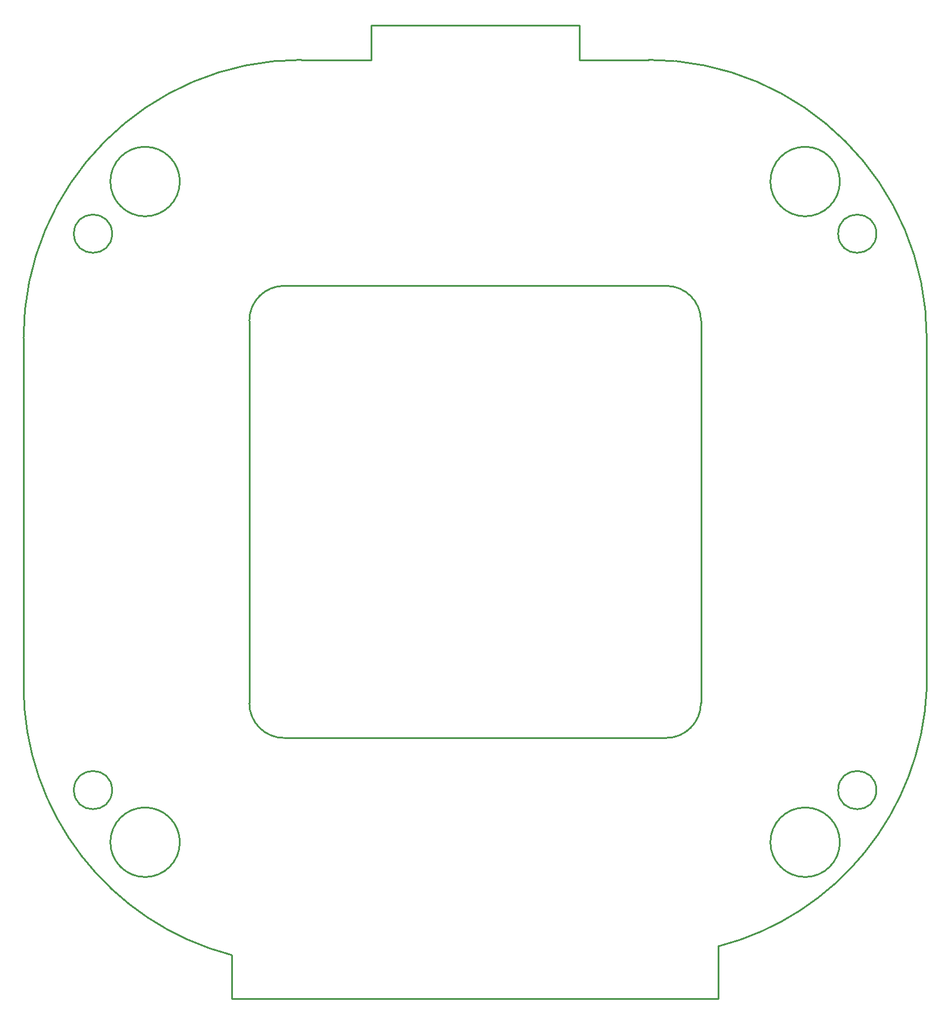
<source format=gm1>
G04*
G04 #@! TF.GenerationSoftware,Altium Limited,Altium Designer,18.1.8 (232)*
G04*
G04 Layer_Color=16711935*
%FSLAX25Y25*%
%MOIN*%
G70*
G01*
G75*
%ADD10C,0.01000*%
D10*
X275737Y29679D02*
G03*
X393701Y175365I-39370J152480D01*
G01*
X-118110Y177165D02*
G03*
X0Y24686I157480J0D01*
G01*
X344488Y88583D02*
G03*
X344488Y88583I-19685J0D01*
G01*
X365158Y433071D02*
G03*
X365158Y433071I-10827J0D01*
G01*
X393701Y374016D02*
G03*
X236221Y531496I-157480J0D01*
G01*
X344488Y462598D02*
G03*
X344488Y462598I-19685J0D01*
G01*
X365158Y118110D02*
G03*
X365158Y118110I-10827J0D01*
G01*
X-67913D02*
G03*
X-67913Y118110I-10827J0D01*
G01*
X39370Y531496D02*
G03*
X-118110Y374016I0J-157480D01*
G01*
X-67913Y433071D02*
G03*
X-67913Y433071I-10827J0D01*
G01*
X-29528Y462598D02*
G03*
X-29528Y462598I-19685J0D01*
G01*
Y88583D02*
G03*
X-29528Y88583I-19685J0D01*
G01*
X29528Y403543D02*
G03*
X9843Y383858I0J-19685D01*
G01*
X265748D02*
G03*
X246063Y403543I-19685J0D01*
G01*
Y147638D02*
G03*
X265748Y167323I0J19685D01*
G01*
X9843D02*
G03*
X29528Y147638I19685J0D01*
G01*
X0Y0D02*
X275590D01*
X0D02*
Y24686D01*
X275590Y0D02*
Y29679D01*
X393701Y175365D02*
X393701Y374016D01*
X-118110Y177165D02*
Y374016D01*
X39370Y531496D02*
X78740D01*
X196850D02*
X236221D01*
X196850D02*
Y551181D01*
X78740Y531496D02*
Y551181D01*
X196850D01*
X9843Y167323D02*
Y383858D01*
X29528Y403543D02*
X246063D01*
X265748Y167323D02*
Y383858D01*
X29528Y147638D02*
X246063D01*
X275737Y29679D02*
G03*
X393701Y175365I-39370J152480D01*
G01*
X-118110Y177165D02*
G03*
X0Y24686I157480J0D01*
G01*
X344488Y88583D02*
G03*
X344488Y88583I-19685J0D01*
G01*
X365158Y433071D02*
G03*
X365158Y433071I-10827J0D01*
G01*
X393701Y374016D02*
G03*
X236221Y531496I-157480J0D01*
G01*
X344488Y462598D02*
G03*
X344488Y462598I-19685J0D01*
G01*
X365158Y118110D02*
G03*
X365158Y118110I-10827J0D01*
G01*
X-67913D02*
G03*
X-67913Y118110I-10827J0D01*
G01*
X39370Y531496D02*
G03*
X-118110Y374016I0J-157480D01*
G01*
X-67913Y433071D02*
G03*
X-67913Y433071I-10827J0D01*
G01*
X-29528Y462598D02*
G03*
X-29528Y462598I-19685J0D01*
G01*
Y88583D02*
G03*
X-29528Y88583I-19685J0D01*
G01*
X29528Y403543D02*
G03*
X9843Y383858I0J-19685D01*
G01*
X265748D02*
G03*
X246063Y403543I-19685J0D01*
G01*
Y147638D02*
G03*
X265748Y167323I0J19685D01*
G01*
X9843D02*
G03*
X29528Y147638I19685J0D01*
G01*
X0Y0D02*
X275590D01*
X0D02*
Y24686D01*
X275590Y0D02*
Y29679D01*
X393701Y175365D02*
X393701Y374016D01*
X-118110Y177165D02*
Y374016D01*
X39370Y531496D02*
X78740D01*
X196850D02*
X236221D01*
X196850D02*
Y551181D01*
X78740Y531496D02*
Y551181D01*
X196850D01*
X9843Y167323D02*
Y383858D01*
X29528Y403543D02*
X246063D01*
X265748Y167323D02*
Y383858D01*
X29528Y147638D02*
X246063D01*
M02*

</source>
